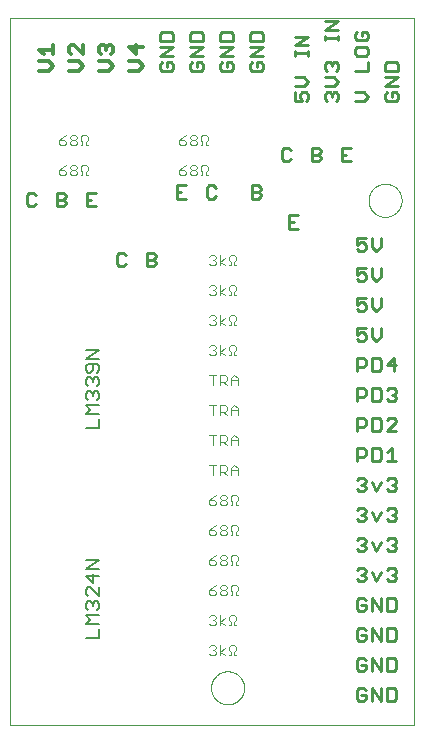
<source format=gto>
G75*
%MOIN*%
%OFA0B0*%
%FSLAX25Y25*%
%IPPOS*%
%LPD*%
%AMOC8*
5,1,8,0,0,1.08239X$1,22.5*
%
%ADD10C,0.00000*%
%ADD11C,0.01200*%
%ADD12C,0.01100*%
%ADD13C,0.00500*%
%ADD14C,0.00400*%
D10*
X0001000Y0001000D02*
X0001000Y0236900D01*
X0135700Y0236900D01*
X0135700Y0001000D01*
X0001000Y0001000D01*
X0067988Y0013500D02*
X0067990Y0013648D01*
X0067996Y0013796D01*
X0068006Y0013944D01*
X0068020Y0014091D01*
X0068038Y0014238D01*
X0068059Y0014384D01*
X0068085Y0014530D01*
X0068115Y0014675D01*
X0068148Y0014819D01*
X0068186Y0014962D01*
X0068227Y0015104D01*
X0068272Y0015245D01*
X0068320Y0015385D01*
X0068373Y0015524D01*
X0068429Y0015661D01*
X0068489Y0015796D01*
X0068552Y0015930D01*
X0068619Y0016062D01*
X0068690Y0016192D01*
X0068764Y0016320D01*
X0068841Y0016446D01*
X0068922Y0016570D01*
X0069006Y0016692D01*
X0069093Y0016811D01*
X0069184Y0016928D01*
X0069278Y0017043D01*
X0069374Y0017155D01*
X0069474Y0017265D01*
X0069576Y0017371D01*
X0069682Y0017475D01*
X0069790Y0017576D01*
X0069901Y0017674D01*
X0070014Y0017770D01*
X0070130Y0017862D01*
X0070248Y0017951D01*
X0070369Y0018036D01*
X0070492Y0018119D01*
X0070617Y0018198D01*
X0070744Y0018274D01*
X0070873Y0018346D01*
X0071004Y0018415D01*
X0071137Y0018480D01*
X0071272Y0018541D01*
X0071408Y0018599D01*
X0071545Y0018654D01*
X0071684Y0018704D01*
X0071825Y0018751D01*
X0071966Y0018794D01*
X0072109Y0018834D01*
X0072253Y0018869D01*
X0072397Y0018901D01*
X0072543Y0018928D01*
X0072689Y0018952D01*
X0072836Y0018972D01*
X0072983Y0018988D01*
X0073130Y0019000D01*
X0073278Y0019008D01*
X0073426Y0019012D01*
X0073574Y0019012D01*
X0073722Y0019008D01*
X0073870Y0019000D01*
X0074017Y0018988D01*
X0074164Y0018972D01*
X0074311Y0018952D01*
X0074457Y0018928D01*
X0074603Y0018901D01*
X0074747Y0018869D01*
X0074891Y0018834D01*
X0075034Y0018794D01*
X0075175Y0018751D01*
X0075316Y0018704D01*
X0075455Y0018654D01*
X0075592Y0018599D01*
X0075728Y0018541D01*
X0075863Y0018480D01*
X0075996Y0018415D01*
X0076127Y0018346D01*
X0076256Y0018274D01*
X0076383Y0018198D01*
X0076508Y0018119D01*
X0076631Y0018036D01*
X0076752Y0017951D01*
X0076870Y0017862D01*
X0076986Y0017770D01*
X0077099Y0017674D01*
X0077210Y0017576D01*
X0077318Y0017475D01*
X0077424Y0017371D01*
X0077526Y0017265D01*
X0077626Y0017155D01*
X0077722Y0017043D01*
X0077816Y0016928D01*
X0077907Y0016811D01*
X0077994Y0016692D01*
X0078078Y0016570D01*
X0078159Y0016446D01*
X0078236Y0016320D01*
X0078310Y0016192D01*
X0078381Y0016062D01*
X0078448Y0015930D01*
X0078511Y0015796D01*
X0078571Y0015661D01*
X0078627Y0015524D01*
X0078680Y0015385D01*
X0078728Y0015245D01*
X0078773Y0015104D01*
X0078814Y0014962D01*
X0078852Y0014819D01*
X0078885Y0014675D01*
X0078915Y0014530D01*
X0078941Y0014384D01*
X0078962Y0014238D01*
X0078980Y0014091D01*
X0078994Y0013944D01*
X0079004Y0013796D01*
X0079010Y0013648D01*
X0079012Y0013500D01*
X0079010Y0013352D01*
X0079004Y0013204D01*
X0078994Y0013056D01*
X0078980Y0012909D01*
X0078962Y0012762D01*
X0078941Y0012616D01*
X0078915Y0012470D01*
X0078885Y0012325D01*
X0078852Y0012181D01*
X0078814Y0012038D01*
X0078773Y0011896D01*
X0078728Y0011755D01*
X0078680Y0011615D01*
X0078627Y0011476D01*
X0078571Y0011339D01*
X0078511Y0011204D01*
X0078448Y0011070D01*
X0078381Y0010938D01*
X0078310Y0010808D01*
X0078236Y0010680D01*
X0078159Y0010554D01*
X0078078Y0010430D01*
X0077994Y0010308D01*
X0077907Y0010189D01*
X0077816Y0010072D01*
X0077722Y0009957D01*
X0077626Y0009845D01*
X0077526Y0009735D01*
X0077424Y0009629D01*
X0077318Y0009525D01*
X0077210Y0009424D01*
X0077099Y0009326D01*
X0076986Y0009230D01*
X0076870Y0009138D01*
X0076752Y0009049D01*
X0076631Y0008964D01*
X0076508Y0008881D01*
X0076383Y0008802D01*
X0076256Y0008726D01*
X0076127Y0008654D01*
X0075996Y0008585D01*
X0075863Y0008520D01*
X0075728Y0008459D01*
X0075592Y0008401D01*
X0075455Y0008346D01*
X0075316Y0008296D01*
X0075175Y0008249D01*
X0075034Y0008206D01*
X0074891Y0008166D01*
X0074747Y0008131D01*
X0074603Y0008099D01*
X0074457Y0008072D01*
X0074311Y0008048D01*
X0074164Y0008028D01*
X0074017Y0008012D01*
X0073870Y0008000D01*
X0073722Y0007992D01*
X0073574Y0007988D01*
X0073426Y0007988D01*
X0073278Y0007992D01*
X0073130Y0008000D01*
X0072983Y0008012D01*
X0072836Y0008028D01*
X0072689Y0008048D01*
X0072543Y0008072D01*
X0072397Y0008099D01*
X0072253Y0008131D01*
X0072109Y0008166D01*
X0071966Y0008206D01*
X0071825Y0008249D01*
X0071684Y0008296D01*
X0071545Y0008346D01*
X0071408Y0008401D01*
X0071272Y0008459D01*
X0071137Y0008520D01*
X0071004Y0008585D01*
X0070873Y0008654D01*
X0070744Y0008726D01*
X0070617Y0008802D01*
X0070492Y0008881D01*
X0070369Y0008964D01*
X0070248Y0009049D01*
X0070130Y0009138D01*
X0070014Y0009230D01*
X0069901Y0009326D01*
X0069790Y0009424D01*
X0069682Y0009525D01*
X0069576Y0009629D01*
X0069474Y0009735D01*
X0069374Y0009845D01*
X0069278Y0009957D01*
X0069184Y0010072D01*
X0069093Y0010189D01*
X0069006Y0010308D01*
X0068922Y0010430D01*
X0068841Y0010554D01*
X0068764Y0010680D01*
X0068690Y0010808D01*
X0068619Y0010938D01*
X0068552Y0011070D01*
X0068489Y0011204D01*
X0068429Y0011339D01*
X0068373Y0011476D01*
X0068320Y0011615D01*
X0068272Y0011755D01*
X0068227Y0011896D01*
X0068186Y0012038D01*
X0068148Y0012181D01*
X0068115Y0012325D01*
X0068085Y0012470D01*
X0068059Y0012616D01*
X0068038Y0012762D01*
X0068020Y0012909D01*
X0068006Y0013056D01*
X0067996Y0013204D01*
X0067990Y0013352D01*
X0067988Y0013500D01*
X0120488Y0176000D02*
X0120490Y0176148D01*
X0120496Y0176296D01*
X0120506Y0176444D01*
X0120520Y0176591D01*
X0120538Y0176738D01*
X0120559Y0176884D01*
X0120585Y0177030D01*
X0120615Y0177175D01*
X0120648Y0177319D01*
X0120686Y0177462D01*
X0120727Y0177604D01*
X0120772Y0177745D01*
X0120820Y0177885D01*
X0120873Y0178024D01*
X0120929Y0178161D01*
X0120989Y0178296D01*
X0121052Y0178430D01*
X0121119Y0178562D01*
X0121190Y0178692D01*
X0121264Y0178820D01*
X0121341Y0178946D01*
X0121422Y0179070D01*
X0121506Y0179192D01*
X0121593Y0179311D01*
X0121684Y0179428D01*
X0121778Y0179543D01*
X0121874Y0179655D01*
X0121974Y0179765D01*
X0122076Y0179871D01*
X0122182Y0179975D01*
X0122290Y0180076D01*
X0122401Y0180174D01*
X0122514Y0180270D01*
X0122630Y0180362D01*
X0122748Y0180451D01*
X0122869Y0180536D01*
X0122992Y0180619D01*
X0123117Y0180698D01*
X0123244Y0180774D01*
X0123373Y0180846D01*
X0123504Y0180915D01*
X0123637Y0180980D01*
X0123772Y0181041D01*
X0123908Y0181099D01*
X0124045Y0181154D01*
X0124184Y0181204D01*
X0124325Y0181251D01*
X0124466Y0181294D01*
X0124609Y0181334D01*
X0124753Y0181369D01*
X0124897Y0181401D01*
X0125043Y0181428D01*
X0125189Y0181452D01*
X0125336Y0181472D01*
X0125483Y0181488D01*
X0125630Y0181500D01*
X0125778Y0181508D01*
X0125926Y0181512D01*
X0126074Y0181512D01*
X0126222Y0181508D01*
X0126370Y0181500D01*
X0126517Y0181488D01*
X0126664Y0181472D01*
X0126811Y0181452D01*
X0126957Y0181428D01*
X0127103Y0181401D01*
X0127247Y0181369D01*
X0127391Y0181334D01*
X0127534Y0181294D01*
X0127675Y0181251D01*
X0127816Y0181204D01*
X0127955Y0181154D01*
X0128092Y0181099D01*
X0128228Y0181041D01*
X0128363Y0180980D01*
X0128496Y0180915D01*
X0128627Y0180846D01*
X0128756Y0180774D01*
X0128883Y0180698D01*
X0129008Y0180619D01*
X0129131Y0180536D01*
X0129252Y0180451D01*
X0129370Y0180362D01*
X0129486Y0180270D01*
X0129599Y0180174D01*
X0129710Y0180076D01*
X0129818Y0179975D01*
X0129924Y0179871D01*
X0130026Y0179765D01*
X0130126Y0179655D01*
X0130222Y0179543D01*
X0130316Y0179428D01*
X0130407Y0179311D01*
X0130494Y0179192D01*
X0130578Y0179070D01*
X0130659Y0178946D01*
X0130736Y0178820D01*
X0130810Y0178692D01*
X0130881Y0178562D01*
X0130948Y0178430D01*
X0131011Y0178296D01*
X0131071Y0178161D01*
X0131127Y0178024D01*
X0131180Y0177885D01*
X0131228Y0177745D01*
X0131273Y0177604D01*
X0131314Y0177462D01*
X0131352Y0177319D01*
X0131385Y0177175D01*
X0131415Y0177030D01*
X0131441Y0176884D01*
X0131462Y0176738D01*
X0131480Y0176591D01*
X0131494Y0176444D01*
X0131504Y0176296D01*
X0131510Y0176148D01*
X0131512Y0176000D01*
X0131510Y0175852D01*
X0131504Y0175704D01*
X0131494Y0175556D01*
X0131480Y0175409D01*
X0131462Y0175262D01*
X0131441Y0175116D01*
X0131415Y0174970D01*
X0131385Y0174825D01*
X0131352Y0174681D01*
X0131314Y0174538D01*
X0131273Y0174396D01*
X0131228Y0174255D01*
X0131180Y0174115D01*
X0131127Y0173976D01*
X0131071Y0173839D01*
X0131011Y0173704D01*
X0130948Y0173570D01*
X0130881Y0173438D01*
X0130810Y0173308D01*
X0130736Y0173180D01*
X0130659Y0173054D01*
X0130578Y0172930D01*
X0130494Y0172808D01*
X0130407Y0172689D01*
X0130316Y0172572D01*
X0130222Y0172457D01*
X0130126Y0172345D01*
X0130026Y0172235D01*
X0129924Y0172129D01*
X0129818Y0172025D01*
X0129710Y0171924D01*
X0129599Y0171826D01*
X0129486Y0171730D01*
X0129370Y0171638D01*
X0129252Y0171549D01*
X0129131Y0171464D01*
X0129008Y0171381D01*
X0128883Y0171302D01*
X0128756Y0171226D01*
X0128627Y0171154D01*
X0128496Y0171085D01*
X0128363Y0171020D01*
X0128228Y0170959D01*
X0128092Y0170901D01*
X0127955Y0170846D01*
X0127816Y0170796D01*
X0127675Y0170749D01*
X0127534Y0170706D01*
X0127391Y0170666D01*
X0127247Y0170631D01*
X0127103Y0170599D01*
X0126957Y0170572D01*
X0126811Y0170548D01*
X0126664Y0170528D01*
X0126517Y0170512D01*
X0126370Y0170500D01*
X0126222Y0170492D01*
X0126074Y0170488D01*
X0125926Y0170488D01*
X0125778Y0170492D01*
X0125630Y0170500D01*
X0125483Y0170512D01*
X0125336Y0170528D01*
X0125189Y0170548D01*
X0125043Y0170572D01*
X0124897Y0170599D01*
X0124753Y0170631D01*
X0124609Y0170666D01*
X0124466Y0170706D01*
X0124325Y0170749D01*
X0124184Y0170796D01*
X0124045Y0170846D01*
X0123908Y0170901D01*
X0123772Y0170959D01*
X0123637Y0171020D01*
X0123504Y0171085D01*
X0123373Y0171154D01*
X0123244Y0171226D01*
X0123117Y0171302D01*
X0122992Y0171381D01*
X0122869Y0171464D01*
X0122748Y0171549D01*
X0122630Y0171638D01*
X0122514Y0171730D01*
X0122401Y0171826D01*
X0122290Y0171924D01*
X0122182Y0172025D01*
X0122076Y0172129D01*
X0121974Y0172235D01*
X0121874Y0172345D01*
X0121778Y0172457D01*
X0121684Y0172572D01*
X0121593Y0172689D01*
X0121506Y0172808D01*
X0121422Y0172930D01*
X0121341Y0173054D01*
X0121264Y0173180D01*
X0121190Y0173308D01*
X0121119Y0173438D01*
X0121052Y0173570D01*
X0120989Y0173704D01*
X0120929Y0173839D01*
X0120873Y0173976D01*
X0120820Y0174115D01*
X0120772Y0174255D01*
X0120727Y0174396D01*
X0120686Y0174538D01*
X0120648Y0174681D01*
X0120615Y0174825D01*
X0120585Y0174970D01*
X0120559Y0175116D01*
X0120538Y0175262D01*
X0120520Y0175409D01*
X0120506Y0175556D01*
X0120496Y0175704D01*
X0120490Y0175852D01*
X0120488Y0176000D01*
D11*
X0045400Y0220701D02*
X0043799Y0222303D01*
X0040596Y0222303D01*
X0040596Y0219100D02*
X0043799Y0219100D01*
X0045400Y0220701D01*
X0042998Y0224625D02*
X0042998Y0227827D01*
X0040596Y0227027D02*
X0042998Y0224625D01*
X0045400Y0227027D02*
X0040596Y0227027D01*
X0035400Y0227027D02*
X0035400Y0225425D01*
X0034599Y0224625D01*
X0032998Y0226226D02*
X0032998Y0227027D01*
X0033799Y0227827D01*
X0034599Y0227827D01*
X0035400Y0227027D01*
X0032998Y0227027D02*
X0032197Y0227827D01*
X0031397Y0227827D01*
X0030596Y0227027D01*
X0030596Y0225425D01*
X0031397Y0224625D01*
X0030596Y0222303D02*
X0033799Y0222303D01*
X0035400Y0220701D01*
X0033799Y0219100D01*
X0030596Y0219100D01*
X0025400Y0220701D02*
X0023799Y0222303D01*
X0020596Y0222303D01*
X0021397Y0224625D02*
X0020596Y0225425D01*
X0020596Y0227027D01*
X0021397Y0227827D01*
X0022197Y0227827D01*
X0025400Y0224625D01*
X0025400Y0227827D01*
X0025400Y0220701D02*
X0023799Y0219100D01*
X0020596Y0219100D01*
X0015400Y0220701D02*
X0013799Y0222303D01*
X0010596Y0222303D01*
X0012197Y0224625D02*
X0010596Y0226226D01*
X0015400Y0226226D01*
X0015400Y0224625D02*
X0015400Y0227827D01*
X0015400Y0220701D02*
X0013799Y0219100D01*
X0010596Y0219100D01*
D12*
X0008752Y0178454D02*
X0007284Y0178454D01*
X0006550Y0177720D01*
X0006550Y0174784D01*
X0007284Y0174050D01*
X0008752Y0174050D01*
X0009486Y0174784D01*
X0009486Y0177720D02*
X0008752Y0178454D01*
X0016550Y0178454D02*
X0016550Y0174050D01*
X0018752Y0174050D01*
X0019486Y0174784D01*
X0019486Y0175518D01*
X0018752Y0176252D01*
X0016550Y0176252D01*
X0016550Y0178454D02*
X0018752Y0178454D01*
X0019486Y0177720D01*
X0019486Y0176986D01*
X0018752Y0176252D01*
X0026550Y0176252D02*
X0028018Y0176252D01*
X0029486Y0178454D02*
X0026550Y0178454D01*
X0026550Y0174050D01*
X0029486Y0174050D01*
X0037284Y0158454D02*
X0036550Y0157720D01*
X0036550Y0154784D01*
X0037284Y0154050D01*
X0038752Y0154050D01*
X0039486Y0154784D01*
X0039486Y0157720D02*
X0038752Y0158454D01*
X0037284Y0158454D01*
X0046550Y0158454D02*
X0046550Y0154050D01*
X0048752Y0154050D01*
X0049486Y0154784D01*
X0049486Y0155518D01*
X0048752Y0156252D01*
X0046550Y0156252D01*
X0046550Y0158454D02*
X0048752Y0158454D01*
X0049486Y0157720D01*
X0049486Y0156986D01*
X0048752Y0156252D01*
X0056550Y0176550D02*
X0059486Y0176550D01*
X0058018Y0178752D02*
X0056550Y0178752D01*
X0056550Y0180954D02*
X0056550Y0176550D01*
X0056550Y0180954D02*
X0059486Y0180954D01*
X0066550Y0180220D02*
X0066550Y0177284D01*
X0067284Y0176550D01*
X0068752Y0176550D01*
X0069486Y0177284D01*
X0069486Y0180220D02*
X0068752Y0180954D01*
X0067284Y0180954D01*
X0066550Y0180220D01*
X0081550Y0180954D02*
X0081550Y0176550D01*
X0083752Y0176550D01*
X0084486Y0177284D01*
X0084486Y0178018D01*
X0083752Y0178752D01*
X0081550Y0178752D01*
X0081550Y0180954D02*
X0083752Y0180954D01*
X0084486Y0180220D01*
X0084486Y0179486D01*
X0083752Y0178752D01*
X0092284Y0189050D02*
X0091550Y0189784D01*
X0091550Y0192720D01*
X0092284Y0193454D01*
X0093752Y0193454D01*
X0094486Y0192720D01*
X0094486Y0189784D02*
X0093752Y0189050D01*
X0092284Y0189050D01*
X0101550Y0189050D02*
X0103752Y0189050D01*
X0104486Y0189784D01*
X0104486Y0190518D01*
X0103752Y0191252D01*
X0101550Y0191252D01*
X0101550Y0189050D02*
X0101550Y0193454D01*
X0103752Y0193454D01*
X0104486Y0192720D01*
X0104486Y0191986D01*
X0103752Y0191252D01*
X0111550Y0191252D02*
X0113018Y0191252D01*
X0114486Y0193454D02*
X0111550Y0193454D01*
X0111550Y0189050D01*
X0114486Y0189050D01*
X0116046Y0209050D02*
X0118982Y0209050D01*
X0120450Y0210518D01*
X0118982Y0211986D01*
X0116046Y0211986D01*
X0116046Y0219179D02*
X0120450Y0219179D01*
X0120450Y0222114D01*
X0119716Y0224243D02*
X0120450Y0224977D01*
X0120450Y0226445D01*
X0119716Y0227179D01*
X0116780Y0227179D01*
X0116046Y0226445D01*
X0116046Y0224977D01*
X0116780Y0224243D01*
X0119716Y0224243D01*
X0119716Y0229307D02*
X0116780Y0229307D01*
X0116046Y0230041D01*
X0116046Y0231509D01*
X0116780Y0232243D01*
X0118248Y0232243D02*
X0118248Y0230775D01*
X0118248Y0232243D02*
X0119716Y0232243D01*
X0120450Y0231509D01*
X0120450Y0230041D01*
X0119716Y0229307D01*
X0126780Y0222114D02*
X0126046Y0221381D01*
X0126046Y0219179D01*
X0130450Y0219179D01*
X0130450Y0221381D01*
X0129716Y0222114D01*
X0126780Y0222114D01*
X0126046Y0217050D02*
X0130450Y0217050D01*
X0126046Y0214114D01*
X0130450Y0214114D01*
X0129716Y0211986D02*
X0128248Y0211986D01*
X0128248Y0210518D01*
X0126780Y0211986D02*
X0126046Y0211252D01*
X0126046Y0209784D01*
X0126780Y0209050D01*
X0129716Y0209050D01*
X0130450Y0209784D01*
X0130450Y0211252D01*
X0129716Y0211986D01*
X0110450Y0211252D02*
X0110450Y0209784D01*
X0109716Y0209050D01*
X0108248Y0210518D02*
X0108248Y0211252D01*
X0108982Y0211986D01*
X0109716Y0211986D01*
X0110450Y0211252D01*
X0108982Y0214114D02*
X0110450Y0215582D01*
X0108982Y0217050D01*
X0106046Y0217050D01*
X0106780Y0219179D02*
X0106046Y0219913D01*
X0106046Y0221381D01*
X0106780Y0222114D01*
X0107514Y0222114D01*
X0108248Y0221381D01*
X0108982Y0222114D01*
X0109716Y0222114D01*
X0110450Y0221381D01*
X0110450Y0219913D01*
X0109716Y0219179D01*
X0108248Y0220647D02*
X0108248Y0221381D01*
X0108982Y0214114D02*
X0106046Y0214114D01*
X0106780Y0211986D02*
X0107514Y0211986D01*
X0108248Y0211252D01*
X0106780Y0211986D02*
X0106046Y0211252D01*
X0106046Y0209784D01*
X0106780Y0209050D01*
X0100450Y0209784D02*
X0099716Y0209050D01*
X0100450Y0209784D02*
X0100450Y0211252D01*
X0099716Y0211986D01*
X0098248Y0211986D01*
X0097514Y0211252D01*
X0097514Y0210518D01*
X0098248Y0209050D01*
X0096046Y0209050D01*
X0096046Y0211986D01*
X0096046Y0214114D02*
X0098982Y0214114D01*
X0100450Y0215582D01*
X0098982Y0217050D01*
X0096046Y0217050D01*
X0096046Y0224243D02*
X0096046Y0225711D01*
X0096046Y0224977D02*
X0100450Y0224977D01*
X0100450Y0224243D02*
X0100450Y0225711D01*
X0100450Y0227619D02*
X0096046Y0227619D01*
X0100450Y0230555D01*
X0096046Y0230555D01*
X0106046Y0230775D02*
X0106046Y0229307D01*
X0106046Y0230041D02*
X0110450Y0230041D01*
X0110450Y0229307D02*
X0110450Y0230775D01*
X0110450Y0232684D02*
X0106046Y0232684D01*
X0110450Y0235619D01*
X0106046Y0235619D01*
X0085450Y0231381D02*
X0085450Y0229179D01*
X0081046Y0229179D01*
X0081046Y0231381D01*
X0081780Y0232114D01*
X0084716Y0232114D01*
X0085450Y0231381D01*
X0085450Y0227050D02*
X0081046Y0227050D01*
X0081046Y0224114D02*
X0085450Y0227050D01*
X0085450Y0224114D02*
X0081046Y0224114D01*
X0081780Y0221986D02*
X0081046Y0221252D01*
X0081046Y0219784D01*
X0081780Y0219050D01*
X0084716Y0219050D01*
X0085450Y0219784D01*
X0085450Y0221252D01*
X0084716Y0221986D01*
X0083248Y0221986D01*
X0083248Y0220518D01*
X0075450Y0219784D02*
X0075450Y0221252D01*
X0074716Y0221986D01*
X0073248Y0221986D01*
X0073248Y0220518D01*
X0071780Y0221986D02*
X0071046Y0221252D01*
X0071046Y0219784D01*
X0071780Y0219050D01*
X0074716Y0219050D01*
X0075450Y0219784D01*
X0075450Y0224114D02*
X0071046Y0224114D01*
X0075450Y0227050D01*
X0071046Y0227050D01*
X0071046Y0229179D02*
X0071046Y0231381D01*
X0071780Y0232114D01*
X0074716Y0232114D01*
X0075450Y0231381D01*
X0075450Y0229179D01*
X0071046Y0229179D01*
X0065450Y0229179D02*
X0065450Y0231381D01*
X0064716Y0232114D01*
X0061780Y0232114D01*
X0061046Y0231381D01*
X0061046Y0229179D01*
X0065450Y0229179D01*
X0065450Y0227050D02*
X0061046Y0227050D01*
X0061046Y0224114D02*
X0065450Y0227050D01*
X0065450Y0224114D02*
X0061046Y0224114D01*
X0061780Y0221986D02*
X0061046Y0221252D01*
X0061046Y0219784D01*
X0061780Y0219050D01*
X0064716Y0219050D01*
X0065450Y0219784D01*
X0065450Y0221252D01*
X0064716Y0221986D01*
X0063248Y0221986D01*
X0063248Y0220518D01*
X0055450Y0219784D02*
X0055450Y0221252D01*
X0054716Y0221986D01*
X0053248Y0221986D01*
X0053248Y0220518D01*
X0051780Y0221986D02*
X0051046Y0221252D01*
X0051046Y0219784D01*
X0051780Y0219050D01*
X0054716Y0219050D01*
X0055450Y0219784D01*
X0055450Y0224114D02*
X0051046Y0224114D01*
X0055450Y0227050D01*
X0051046Y0227050D01*
X0051046Y0229179D02*
X0051046Y0231381D01*
X0051780Y0232114D01*
X0054716Y0232114D01*
X0055450Y0231381D01*
X0055450Y0229179D01*
X0051046Y0229179D01*
X0094050Y0170954D02*
X0094050Y0166550D01*
X0096986Y0166550D01*
X0095518Y0168752D02*
X0094050Y0168752D01*
X0094050Y0170954D02*
X0096986Y0170954D01*
X0116550Y0163454D02*
X0116550Y0161252D01*
X0118018Y0161986D01*
X0118752Y0161986D01*
X0119486Y0161252D01*
X0119486Y0159784D01*
X0118752Y0159050D01*
X0117284Y0159050D01*
X0116550Y0159784D01*
X0116550Y0163454D02*
X0119486Y0163454D01*
X0121614Y0163454D02*
X0121614Y0160518D01*
X0123082Y0159050D01*
X0124550Y0160518D01*
X0124550Y0163454D01*
X0124550Y0153454D02*
X0124550Y0150518D01*
X0123082Y0149050D01*
X0121614Y0150518D01*
X0121614Y0153454D01*
X0119486Y0153454D02*
X0116550Y0153454D01*
X0116550Y0151252D01*
X0118018Y0151986D01*
X0118752Y0151986D01*
X0119486Y0151252D01*
X0119486Y0149784D01*
X0118752Y0149050D01*
X0117284Y0149050D01*
X0116550Y0149784D01*
X0116550Y0143454D02*
X0116550Y0141252D01*
X0118018Y0141986D01*
X0118752Y0141986D01*
X0119486Y0141252D01*
X0119486Y0139784D01*
X0118752Y0139050D01*
X0117284Y0139050D01*
X0116550Y0139784D01*
X0116550Y0143454D02*
X0119486Y0143454D01*
X0121614Y0143454D02*
X0121614Y0140518D01*
X0123082Y0139050D01*
X0124550Y0140518D01*
X0124550Y0143454D01*
X0124550Y0133454D02*
X0124550Y0130518D01*
X0123082Y0129050D01*
X0121614Y0130518D01*
X0121614Y0133454D01*
X0119486Y0133454D02*
X0116550Y0133454D01*
X0116550Y0131252D01*
X0118018Y0131986D01*
X0118752Y0131986D01*
X0119486Y0131252D01*
X0119486Y0129784D01*
X0118752Y0129050D01*
X0117284Y0129050D01*
X0116550Y0129784D01*
X0116550Y0123454D02*
X0118752Y0123454D01*
X0119486Y0122720D01*
X0119486Y0121252D01*
X0118752Y0120518D01*
X0116550Y0120518D01*
X0116550Y0119050D02*
X0116550Y0123454D01*
X0121614Y0123454D02*
X0121614Y0119050D01*
X0123816Y0119050D01*
X0124550Y0119784D01*
X0124550Y0122720D01*
X0123816Y0123454D01*
X0121614Y0123454D01*
X0126679Y0121252D02*
X0129614Y0121252D01*
X0128881Y0119050D02*
X0128881Y0123454D01*
X0126679Y0121252D01*
X0127413Y0113454D02*
X0128881Y0113454D01*
X0129614Y0112720D01*
X0129614Y0111986D01*
X0128881Y0111252D01*
X0129614Y0110518D01*
X0129614Y0109784D01*
X0128881Y0109050D01*
X0127413Y0109050D01*
X0126679Y0109784D01*
X0128147Y0111252D02*
X0128881Y0111252D01*
X0126679Y0112720D02*
X0127413Y0113454D01*
X0124550Y0112720D02*
X0124550Y0109784D01*
X0123816Y0109050D01*
X0121614Y0109050D01*
X0121614Y0113454D01*
X0123816Y0113454D01*
X0124550Y0112720D01*
X0123816Y0103454D02*
X0121614Y0103454D01*
X0121614Y0099050D01*
X0123816Y0099050D01*
X0124550Y0099784D01*
X0124550Y0102720D01*
X0123816Y0103454D01*
X0126679Y0102720D02*
X0127413Y0103454D01*
X0128881Y0103454D01*
X0129614Y0102720D01*
X0129614Y0101986D01*
X0126679Y0099050D01*
X0129614Y0099050D01*
X0128147Y0093454D02*
X0126679Y0091986D01*
X0128147Y0093454D02*
X0128147Y0089050D01*
X0129614Y0089050D02*
X0126679Y0089050D01*
X0124550Y0089784D02*
X0124550Y0092720D01*
X0123816Y0093454D01*
X0121614Y0093454D01*
X0121614Y0089050D01*
X0123816Y0089050D01*
X0124550Y0089784D01*
X0127413Y0083454D02*
X0126679Y0082720D01*
X0127413Y0083454D02*
X0128881Y0083454D01*
X0129614Y0082720D01*
X0129614Y0081986D01*
X0128881Y0081252D01*
X0129614Y0080518D01*
X0129614Y0079784D01*
X0128881Y0079050D01*
X0127413Y0079050D01*
X0126679Y0079784D01*
X0128147Y0081252D02*
X0128881Y0081252D01*
X0124550Y0081986D02*
X0123082Y0079050D01*
X0121614Y0081986D01*
X0119486Y0081986D02*
X0118752Y0081252D01*
X0119486Y0080518D01*
X0119486Y0079784D01*
X0118752Y0079050D01*
X0117284Y0079050D01*
X0116550Y0079784D01*
X0118018Y0081252D02*
X0118752Y0081252D01*
X0119486Y0081986D02*
X0119486Y0082720D01*
X0118752Y0083454D01*
X0117284Y0083454D01*
X0116550Y0082720D01*
X0116550Y0089050D02*
X0116550Y0093454D01*
X0118752Y0093454D01*
X0119486Y0092720D01*
X0119486Y0091252D01*
X0118752Y0090518D01*
X0116550Y0090518D01*
X0116550Y0099050D02*
X0116550Y0103454D01*
X0118752Y0103454D01*
X0119486Y0102720D01*
X0119486Y0101252D01*
X0118752Y0100518D01*
X0116550Y0100518D01*
X0116550Y0109050D02*
X0116550Y0113454D01*
X0118752Y0113454D01*
X0119486Y0112720D01*
X0119486Y0111252D01*
X0118752Y0110518D01*
X0116550Y0110518D01*
X0117284Y0073454D02*
X0116550Y0072720D01*
X0117284Y0073454D02*
X0118752Y0073454D01*
X0119486Y0072720D01*
X0119486Y0071986D01*
X0118752Y0071252D01*
X0119486Y0070518D01*
X0119486Y0069784D01*
X0118752Y0069050D01*
X0117284Y0069050D01*
X0116550Y0069784D01*
X0118018Y0071252D02*
X0118752Y0071252D01*
X0121614Y0071986D02*
X0123082Y0069050D01*
X0124550Y0071986D01*
X0126679Y0072720D02*
X0127413Y0073454D01*
X0128881Y0073454D01*
X0129614Y0072720D01*
X0129614Y0071986D01*
X0128881Y0071252D01*
X0129614Y0070518D01*
X0129614Y0069784D01*
X0128881Y0069050D01*
X0127413Y0069050D01*
X0126679Y0069784D01*
X0128147Y0071252D02*
X0128881Y0071252D01*
X0128881Y0063454D02*
X0127413Y0063454D01*
X0126679Y0062720D01*
X0128147Y0061252D02*
X0128881Y0061252D01*
X0129614Y0060518D01*
X0129614Y0059784D01*
X0128881Y0059050D01*
X0127413Y0059050D01*
X0126679Y0059784D01*
X0124550Y0061986D02*
X0123082Y0059050D01*
X0121614Y0061986D01*
X0119486Y0061986D02*
X0118752Y0061252D01*
X0119486Y0060518D01*
X0119486Y0059784D01*
X0118752Y0059050D01*
X0117284Y0059050D01*
X0116550Y0059784D01*
X0118018Y0061252D02*
X0118752Y0061252D01*
X0119486Y0061986D02*
X0119486Y0062720D01*
X0118752Y0063454D01*
X0117284Y0063454D01*
X0116550Y0062720D01*
X0117284Y0053454D02*
X0118752Y0053454D01*
X0119486Y0052720D01*
X0119486Y0051986D01*
X0118752Y0051252D01*
X0119486Y0050518D01*
X0119486Y0049784D01*
X0118752Y0049050D01*
X0117284Y0049050D01*
X0116550Y0049784D01*
X0118018Y0051252D02*
X0118752Y0051252D01*
X0116550Y0052720D02*
X0117284Y0053454D01*
X0121614Y0051986D02*
X0123082Y0049050D01*
X0124550Y0051986D01*
X0126679Y0052720D02*
X0127413Y0053454D01*
X0128881Y0053454D01*
X0129614Y0052720D01*
X0129614Y0051986D01*
X0128881Y0051252D01*
X0129614Y0050518D01*
X0129614Y0049784D01*
X0128881Y0049050D01*
X0127413Y0049050D01*
X0126679Y0049784D01*
X0128147Y0051252D02*
X0128881Y0051252D01*
X0128881Y0043454D02*
X0126679Y0043454D01*
X0126679Y0039050D01*
X0128881Y0039050D01*
X0129614Y0039784D01*
X0129614Y0042720D01*
X0128881Y0043454D01*
X0124550Y0043454D02*
X0124550Y0039050D01*
X0121614Y0043454D01*
X0121614Y0039050D01*
X0119486Y0039784D02*
X0119486Y0041252D01*
X0118018Y0041252D01*
X0119486Y0042720D02*
X0118752Y0043454D01*
X0117284Y0043454D01*
X0116550Y0042720D01*
X0116550Y0039784D01*
X0117284Y0039050D01*
X0118752Y0039050D01*
X0119486Y0039784D01*
X0118752Y0033454D02*
X0117284Y0033454D01*
X0116550Y0032720D01*
X0116550Y0029784D01*
X0117284Y0029050D01*
X0118752Y0029050D01*
X0119486Y0029784D01*
X0119486Y0031252D01*
X0118018Y0031252D01*
X0119486Y0032720D02*
X0118752Y0033454D01*
X0121614Y0033454D02*
X0121614Y0029050D01*
X0124550Y0029050D02*
X0121614Y0033454D01*
X0124550Y0033454D02*
X0124550Y0029050D01*
X0126679Y0029050D02*
X0126679Y0033454D01*
X0128881Y0033454D01*
X0129614Y0032720D01*
X0129614Y0029784D01*
X0128881Y0029050D01*
X0126679Y0029050D01*
X0126679Y0023454D02*
X0128881Y0023454D01*
X0129614Y0022720D01*
X0129614Y0019784D01*
X0128881Y0019050D01*
X0126679Y0019050D01*
X0126679Y0023454D01*
X0124550Y0023454D02*
X0124550Y0019050D01*
X0121614Y0023454D01*
X0121614Y0019050D01*
X0119486Y0019784D02*
X0118752Y0019050D01*
X0117284Y0019050D01*
X0116550Y0019784D01*
X0116550Y0022720D01*
X0117284Y0023454D01*
X0118752Y0023454D01*
X0119486Y0022720D01*
X0119486Y0021252D02*
X0118018Y0021252D01*
X0119486Y0021252D02*
X0119486Y0019784D01*
X0118752Y0013454D02*
X0117284Y0013454D01*
X0116550Y0012720D01*
X0116550Y0009784D01*
X0117284Y0009050D01*
X0118752Y0009050D01*
X0119486Y0009784D01*
X0119486Y0011252D01*
X0118018Y0011252D01*
X0119486Y0012720D02*
X0118752Y0013454D01*
X0121614Y0013454D02*
X0121614Y0009050D01*
X0124550Y0009050D02*
X0121614Y0013454D01*
X0124550Y0013454D02*
X0124550Y0009050D01*
X0126679Y0009050D02*
X0128881Y0009050D01*
X0129614Y0009784D01*
X0129614Y0012720D01*
X0128881Y0013454D01*
X0126679Y0013454D01*
X0126679Y0009050D01*
X0128881Y0061252D02*
X0129614Y0061986D01*
X0129614Y0062720D01*
X0128881Y0063454D01*
D13*
X0030750Y0056149D02*
X0026246Y0056149D01*
X0026246Y0053146D02*
X0030750Y0056149D01*
X0030750Y0053146D02*
X0026246Y0053146D01*
X0026246Y0050794D02*
X0028498Y0048542D01*
X0028498Y0051545D01*
X0030750Y0050794D02*
X0026246Y0050794D01*
X0026997Y0046941D02*
X0026246Y0046190D01*
X0026246Y0044689D01*
X0026997Y0043938D01*
X0026997Y0042337D02*
X0026246Y0041586D01*
X0026246Y0040085D01*
X0026997Y0039334D01*
X0026246Y0037733D02*
X0030750Y0037733D01*
X0029999Y0039334D02*
X0030750Y0040085D01*
X0030750Y0041586D01*
X0029999Y0042337D01*
X0029249Y0042337D01*
X0028498Y0041586D01*
X0028498Y0040836D01*
X0028498Y0041586D02*
X0027747Y0042337D01*
X0026997Y0042337D01*
X0030750Y0043938D02*
X0027747Y0046941D01*
X0026997Y0046941D01*
X0030750Y0046941D02*
X0030750Y0043938D01*
X0026246Y0037733D02*
X0027747Y0036232D01*
X0026246Y0034730D01*
X0030750Y0034730D01*
X0030750Y0033129D02*
X0030750Y0030126D01*
X0026246Y0030126D01*
X0026246Y0100126D02*
X0030750Y0100126D01*
X0030750Y0103129D01*
X0030750Y0104730D02*
X0026246Y0104730D01*
X0027747Y0106232D01*
X0026246Y0107733D01*
X0030750Y0107733D01*
X0029999Y0109334D02*
X0030750Y0110085D01*
X0030750Y0111586D01*
X0029999Y0112337D01*
X0029249Y0112337D01*
X0028498Y0111586D01*
X0028498Y0110836D01*
X0028498Y0111586D02*
X0027747Y0112337D01*
X0026997Y0112337D01*
X0026246Y0111586D01*
X0026246Y0110085D01*
X0026997Y0109334D01*
X0026997Y0113938D02*
X0026246Y0114689D01*
X0026246Y0116190D01*
X0026997Y0116941D01*
X0027747Y0116941D01*
X0028498Y0116190D01*
X0029249Y0116941D01*
X0029999Y0116941D01*
X0030750Y0116190D01*
X0030750Y0114689D01*
X0029999Y0113938D01*
X0028498Y0115439D02*
X0028498Y0116190D01*
X0027747Y0118542D02*
X0028498Y0119293D01*
X0028498Y0121545D01*
X0026997Y0121545D02*
X0026246Y0120794D01*
X0026246Y0119293D01*
X0026997Y0118542D01*
X0027747Y0118542D01*
X0026997Y0121545D02*
X0029999Y0121545D01*
X0030750Y0120794D01*
X0030750Y0119293D01*
X0029999Y0118542D01*
X0030750Y0123146D02*
X0026246Y0123146D01*
X0030750Y0126149D01*
X0026246Y0126149D01*
D14*
X0026234Y0184300D02*
X0026817Y0184300D01*
X0026234Y0184300D02*
X0026234Y0185468D01*
X0026817Y0186051D01*
X0026817Y0187219D01*
X0026234Y0187803D01*
X0025066Y0187803D01*
X0024482Y0187219D01*
X0024482Y0186051D01*
X0025066Y0185468D01*
X0025066Y0184300D01*
X0024482Y0184300D01*
X0023226Y0184884D02*
X0022643Y0184300D01*
X0021475Y0184300D01*
X0020891Y0184884D01*
X0020891Y0185468D01*
X0021475Y0186051D01*
X0022643Y0186051D01*
X0023226Y0185468D01*
X0023226Y0184884D01*
X0022643Y0186051D02*
X0023226Y0186635D01*
X0023226Y0187219D01*
X0022643Y0187803D01*
X0021475Y0187803D01*
X0020891Y0187219D01*
X0020891Y0186635D01*
X0021475Y0186051D01*
X0019635Y0185468D02*
X0019051Y0186051D01*
X0017300Y0186051D01*
X0017300Y0184884D01*
X0017884Y0184300D01*
X0019051Y0184300D01*
X0019635Y0184884D01*
X0019635Y0185468D01*
X0018468Y0187219D02*
X0017300Y0186051D01*
X0018468Y0187219D02*
X0019635Y0187803D01*
X0019051Y0194300D02*
X0017884Y0194300D01*
X0017300Y0194884D01*
X0017300Y0196051D01*
X0019051Y0196051D01*
X0019635Y0195468D01*
X0019635Y0194884D01*
X0019051Y0194300D01*
X0020891Y0194884D02*
X0020891Y0195468D01*
X0021475Y0196051D01*
X0022643Y0196051D01*
X0023226Y0195468D01*
X0023226Y0194884D01*
X0022643Y0194300D01*
X0021475Y0194300D01*
X0020891Y0194884D01*
X0021475Y0196051D02*
X0020891Y0196635D01*
X0020891Y0197219D01*
X0021475Y0197803D01*
X0022643Y0197803D01*
X0023226Y0197219D01*
X0023226Y0196635D01*
X0022643Y0196051D01*
X0024482Y0196051D02*
X0024482Y0197219D01*
X0025066Y0197803D01*
X0026234Y0197803D01*
X0026817Y0197219D01*
X0026817Y0196051D01*
X0026234Y0195468D01*
X0026234Y0194300D01*
X0026817Y0194300D01*
X0025066Y0194300D02*
X0025066Y0195468D01*
X0024482Y0196051D01*
X0024482Y0194300D02*
X0025066Y0194300D01*
X0019635Y0197803D02*
X0018468Y0197219D01*
X0017300Y0196051D01*
X0057300Y0196051D02*
X0059051Y0196051D01*
X0059635Y0195468D01*
X0059635Y0194884D01*
X0059051Y0194300D01*
X0057884Y0194300D01*
X0057300Y0194884D01*
X0057300Y0196051D01*
X0058468Y0197219D01*
X0059635Y0197803D01*
X0060891Y0197219D02*
X0060891Y0196635D01*
X0061475Y0196051D01*
X0062643Y0196051D01*
X0063226Y0195468D01*
X0063226Y0194884D01*
X0062643Y0194300D01*
X0061475Y0194300D01*
X0060891Y0194884D01*
X0060891Y0195468D01*
X0061475Y0196051D01*
X0062643Y0196051D02*
X0063226Y0196635D01*
X0063226Y0197219D01*
X0062643Y0197803D01*
X0061475Y0197803D01*
X0060891Y0197219D01*
X0064482Y0197219D02*
X0064482Y0196051D01*
X0065066Y0195468D01*
X0065066Y0194300D01*
X0064482Y0194300D01*
X0066234Y0194300D02*
X0066234Y0195468D01*
X0066817Y0196051D01*
X0066817Y0197219D01*
X0066234Y0197803D01*
X0065066Y0197803D01*
X0064482Y0197219D01*
X0066234Y0194300D02*
X0066817Y0194300D01*
X0066234Y0187803D02*
X0066817Y0187219D01*
X0066817Y0186051D01*
X0066234Y0185468D01*
X0066234Y0184300D01*
X0066817Y0184300D01*
X0065066Y0184300D02*
X0065066Y0185468D01*
X0064482Y0186051D01*
X0064482Y0187219D01*
X0065066Y0187803D01*
X0066234Y0187803D01*
X0063226Y0187219D02*
X0063226Y0186635D01*
X0062643Y0186051D01*
X0061475Y0186051D01*
X0060891Y0186635D01*
X0060891Y0187219D01*
X0061475Y0187803D01*
X0062643Y0187803D01*
X0063226Y0187219D01*
X0062643Y0186051D02*
X0063226Y0185468D01*
X0063226Y0184884D01*
X0062643Y0184300D01*
X0061475Y0184300D01*
X0060891Y0184884D01*
X0060891Y0185468D01*
X0061475Y0186051D01*
X0059635Y0185468D02*
X0059051Y0186051D01*
X0057300Y0186051D01*
X0057300Y0184884D01*
X0057884Y0184300D01*
X0059051Y0184300D01*
X0059635Y0184884D01*
X0059635Y0185468D01*
X0058468Y0187219D02*
X0059635Y0187803D01*
X0058468Y0187219D02*
X0057300Y0186051D01*
X0064482Y0184300D02*
X0065066Y0184300D01*
X0067884Y0157803D02*
X0067300Y0157219D01*
X0067884Y0157803D02*
X0069051Y0157803D01*
X0069635Y0157219D01*
X0069635Y0156635D01*
X0069051Y0156051D01*
X0069635Y0155468D01*
X0069635Y0154884D01*
X0069051Y0154300D01*
X0067884Y0154300D01*
X0067300Y0154884D01*
X0068468Y0156051D02*
X0069051Y0156051D01*
X0070891Y0155468D02*
X0072643Y0156635D01*
X0073884Y0156051D02*
X0074467Y0155468D01*
X0074467Y0154300D01*
X0073884Y0154300D01*
X0072643Y0154300D02*
X0070891Y0155468D01*
X0070891Y0154300D02*
X0070891Y0157803D01*
X0073884Y0157219D02*
X0074467Y0157803D01*
X0075635Y0157803D01*
X0076219Y0157219D01*
X0076219Y0156051D01*
X0075635Y0155468D01*
X0075635Y0154300D01*
X0076219Y0154300D01*
X0073884Y0156051D02*
X0073884Y0157219D01*
X0074467Y0147803D02*
X0075635Y0147803D01*
X0076219Y0147219D01*
X0076219Y0146051D01*
X0075635Y0145468D01*
X0075635Y0144300D01*
X0076219Y0144300D01*
X0074467Y0144300D02*
X0074467Y0145468D01*
X0073884Y0146051D01*
X0073884Y0147219D01*
X0074467Y0147803D01*
X0072643Y0146635D02*
X0070891Y0145468D01*
X0072643Y0144300D01*
X0073884Y0144300D02*
X0074467Y0144300D01*
X0070891Y0144300D02*
X0070891Y0147803D01*
X0069635Y0147219D02*
X0069635Y0146635D01*
X0069051Y0146051D01*
X0069635Y0145468D01*
X0069635Y0144884D01*
X0069051Y0144300D01*
X0067884Y0144300D01*
X0067300Y0144884D01*
X0068468Y0146051D02*
X0069051Y0146051D01*
X0069635Y0147219D02*
X0069051Y0147803D01*
X0067884Y0147803D01*
X0067300Y0147219D01*
X0067884Y0137803D02*
X0067300Y0137219D01*
X0067884Y0137803D02*
X0069051Y0137803D01*
X0069635Y0137219D01*
X0069635Y0136635D01*
X0069051Y0136051D01*
X0069635Y0135468D01*
X0069635Y0134884D01*
X0069051Y0134300D01*
X0067884Y0134300D01*
X0067300Y0134884D01*
X0068468Y0136051D02*
X0069051Y0136051D01*
X0070891Y0135468D02*
X0072643Y0136635D01*
X0073884Y0136051D02*
X0073884Y0137219D01*
X0074467Y0137803D01*
X0075635Y0137803D01*
X0076219Y0137219D01*
X0076219Y0136051D01*
X0075635Y0135468D01*
X0075635Y0134300D01*
X0076219Y0134300D01*
X0074467Y0134300D02*
X0074467Y0135468D01*
X0073884Y0136051D01*
X0073884Y0134300D02*
X0074467Y0134300D01*
X0072643Y0134300D02*
X0070891Y0135468D01*
X0070891Y0134300D02*
X0070891Y0137803D01*
X0070891Y0127803D02*
X0070891Y0124300D01*
X0070891Y0125468D02*
X0072643Y0126635D01*
X0073884Y0126051D02*
X0073884Y0127219D01*
X0074467Y0127803D01*
X0075635Y0127803D01*
X0076219Y0127219D01*
X0076219Y0126051D01*
X0075635Y0125468D01*
X0075635Y0124300D01*
X0076219Y0124300D01*
X0074467Y0124300D02*
X0074467Y0125468D01*
X0073884Y0126051D01*
X0073884Y0124300D02*
X0074467Y0124300D01*
X0072643Y0124300D02*
X0070891Y0125468D01*
X0069635Y0125468D02*
X0069635Y0124884D01*
X0069051Y0124300D01*
X0067884Y0124300D01*
X0067300Y0124884D01*
X0068468Y0126051D02*
X0069051Y0126051D01*
X0069635Y0125468D01*
X0069051Y0126051D02*
X0069635Y0126635D01*
X0069635Y0127219D01*
X0069051Y0127803D01*
X0067884Y0127803D01*
X0067300Y0127219D01*
X0067300Y0117803D02*
X0069635Y0117803D01*
X0068468Y0117803D02*
X0068468Y0114300D01*
X0070891Y0114300D02*
X0070891Y0117803D01*
X0072643Y0117803D01*
X0073226Y0117219D01*
X0073226Y0116051D01*
X0072643Y0115468D01*
X0070891Y0115468D01*
X0072059Y0115468D02*
X0073226Y0114300D01*
X0074482Y0114300D02*
X0074482Y0116635D01*
X0075650Y0117803D01*
X0076817Y0116635D01*
X0076817Y0114300D01*
X0076817Y0116051D02*
X0074482Y0116051D01*
X0075650Y0107803D02*
X0074482Y0106635D01*
X0074482Y0104300D01*
X0073226Y0104300D02*
X0072059Y0105468D01*
X0072643Y0105468D02*
X0070891Y0105468D01*
X0070891Y0104300D02*
X0070891Y0107803D01*
X0072643Y0107803D01*
X0073226Y0107219D01*
X0073226Y0106051D01*
X0072643Y0105468D01*
X0074482Y0106051D02*
X0076817Y0106051D01*
X0076817Y0106635D02*
X0076817Y0104300D01*
X0076817Y0106635D02*
X0075650Y0107803D01*
X0069635Y0107803D02*
X0067300Y0107803D01*
X0068468Y0107803D02*
X0068468Y0104300D01*
X0068468Y0097803D02*
X0068468Y0094300D01*
X0067300Y0097803D02*
X0069635Y0097803D01*
X0070891Y0097803D02*
X0070891Y0094300D01*
X0070891Y0095468D02*
X0072643Y0095468D01*
X0073226Y0096051D01*
X0073226Y0097219D01*
X0072643Y0097803D01*
X0070891Y0097803D01*
X0072059Y0095468D02*
X0073226Y0094300D01*
X0074482Y0094300D02*
X0074482Y0096635D01*
X0075650Y0097803D01*
X0076817Y0096635D01*
X0076817Y0094300D01*
X0076817Y0096051D02*
X0074482Y0096051D01*
X0075650Y0087803D02*
X0074482Y0086635D01*
X0074482Y0084300D01*
X0073226Y0084300D02*
X0072059Y0085468D01*
X0072643Y0085468D02*
X0070891Y0085468D01*
X0070891Y0084300D02*
X0070891Y0087803D01*
X0072643Y0087803D01*
X0073226Y0087219D01*
X0073226Y0086051D01*
X0072643Y0085468D01*
X0074482Y0086051D02*
X0076817Y0086051D01*
X0076817Y0086635D02*
X0076817Y0084300D01*
X0076817Y0086635D02*
X0075650Y0087803D01*
X0069635Y0087803D02*
X0067300Y0087803D01*
X0068468Y0087803D02*
X0068468Y0084300D01*
X0069635Y0077803D02*
X0068468Y0077219D01*
X0067300Y0076051D01*
X0069051Y0076051D01*
X0069635Y0075468D01*
X0069635Y0074884D01*
X0069051Y0074300D01*
X0067884Y0074300D01*
X0067300Y0074884D01*
X0067300Y0076051D01*
X0070891Y0075468D02*
X0071475Y0076051D01*
X0072643Y0076051D01*
X0073226Y0075468D01*
X0073226Y0074884D01*
X0072643Y0074300D01*
X0071475Y0074300D01*
X0070891Y0074884D01*
X0070891Y0075468D01*
X0071475Y0076051D02*
X0070891Y0076635D01*
X0070891Y0077219D01*
X0071475Y0077803D01*
X0072643Y0077803D01*
X0073226Y0077219D01*
X0073226Y0076635D01*
X0072643Y0076051D01*
X0074482Y0076051D02*
X0074482Y0077219D01*
X0075066Y0077803D01*
X0076234Y0077803D01*
X0076817Y0077219D01*
X0076817Y0076051D01*
X0076234Y0075468D01*
X0076234Y0074300D01*
X0076817Y0074300D01*
X0075066Y0074300D02*
X0075066Y0075468D01*
X0074482Y0076051D01*
X0074482Y0074300D02*
X0075066Y0074300D01*
X0075066Y0067803D02*
X0074482Y0067219D01*
X0074482Y0066051D01*
X0075066Y0065468D01*
X0075066Y0064300D01*
X0074482Y0064300D01*
X0073226Y0064884D02*
X0072643Y0064300D01*
X0071475Y0064300D01*
X0070891Y0064884D01*
X0070891Y0065468D01*
X0071475Y0066051D01*
X0072643Y0066051D01*
X0073226Y0065468D01*
X0073226Y0064884D01*
X0072643Y0066051D02*
X0073226Y0066635D01*
X0073226Y0067219D01*
X0072643Y0067803D01*
X0071475Y0067803D01*
X0070891Y0067219D01*
X0070891Y0066635D01*
X0071475Y0066051D01*
X0069635Y0065468D02*
X0069051Y0066051D01*
X0067300Y0066051D01*
X0067300Y0064884D01*
X0067884Y0064300D01*
X0069051Y0064300D01*
X0069635Y0064884D01*
X0069635Y0065468D01*
X0068468Y0067219D02*
X0067300Y0066051D01*
X0068468Y0067219D02*
X0069635Y0067803D01*
X0075066Y0067803D02*
X0076234Y0067803D01*
X0076817Y0067219D01*
X0076817Y0066051D01*
X0076234Y0065468D01*
X0076234Y0064300D01*
X0076817Y0064300D01*
X0076234Y0057803D02*
X0075066Y0057803D01*
X0074482Y0057219D01*
X0074482Y0056051D01*
X0075066Y0055468D01*
X0075066Y0054300D01*
X0074482Y0054300D01*
X0073226Y0054884D02*
X0073226Y0055468D01*
X0072643Y0056051D01*
X0071475Y0056051D01*
X0070891Y0056635D01*
X0070891Y0057219D01*
X0071475Y0057803D01*
X0072643Y0057803D01*
X0073226Y0057219D01*
X0073226Y0056635D01*
X0072643Y0056051D01*
X0071475Y0056051D02*
X0070891Y0055468D01*
X0070891Y0054884D01*
X0071475Y0054300D01*
X0072643Y0054300D01*
X0073226Y0054884D01*
X0069635Y0054884D02*
X0069635Y0055468D01*
X0069051Y0056051D01*
X0067300Y0056051D01*
X0067300Y0054884D01*
X0067884Y0054300D01*
X0069051Y0054300D01*
X0069635Y0054884D01*
X0068468Y0057219D02*
X0067300Y0056051D01*
X0068468Y0057219D02*
X0069635Y0057803D01*
X0076234Y0057803D02*
X0076817Y0057219D01*
X0076817Y0056051D01*
X0076234Y0055468D01*
X0076234Y0054300D01*
X0076817Y0054300D01*
X0076234Y0047803D02*
X0075066Y0047803D01*
X0074482Y0047219D01*
X0074482Y0046051D01*
X0075066Y0045468D01*
X0075066Y0044300D01*
X0074482Y0044300D01*
X0073226Y0044884D02*
X0072643Y0044300D01*
X0071475Y0044300D01*
X0070891Y0044884D01*
X0070891Y0045468D01*
X0071475Y0046051D01*
X0072643Y0046051D01*
X0073226Y0045468D01*
X0073226Y0044884D01*
X0072643Y0046051D02*
X0073226Y0046635D01*
X0073226Y0047219D01*
X0072643Y0047803D01*
X0071475Y0047803D01*
X0070891Y0047219D01*
X0070891Y0046635D01*
X0071475Y0046051D01*
X0069635Y0045468D02*
X0069051Y0046051D01*
X0067300Y0046051D01*
X0067300Y0044884D01*
X0067884Y0044300D01*
X0069051Y0044300D01*
X0069635Y0044884D01*
X0069635Y0045468D01*
X0068468Y0047219D02*
X0067300Y0046051D01*
X0068468Y0047219D02*
X0069635Y0047803D01*
X0069051Y0037803D02*
X0069635Y0037219D01*
X0069635Y0036635D01*
X0069051Y0036051D01*
X0069635Y0035468D01*
X0069635Y0034884D01*
X0069051Y0034300D01*
X0067884Y0034300D01*
X0067300Y0034884D01*
X0068468Y0036051D02*
X0069051Y0036051D01*
X0069051Y0037803D02*
X0067884Y0037803D01*
X0067300Y0037219D01*
X0070891Y0037803D02*
X0070891Y0034300D01*
X0070891Y0035468D02*
X0072643Y0036635D01*
X0073884Y0036051D02*
X0074467Y0035468D01*
X0074467Y0034300D01*
X0073884Y0034300D01*
X0072643Y0034300D02*
X0070891Y0035468D01*
X0073884Y0036051D02*
X0073884Y0037219D01*
X0074467Y0037803D01*
X0075635Y0037803D01*
X0076219Y0037219D01*
X0076219Y0036051D01*
X0075635Y0035468D01*
X0075635Y0034300D01*
X0076219Y0034300D01*
X0075635Y0027803D02*
X0074467Y0027803D01*
X0073884Y0027219D01*
X0073884Y0026051D01*
X0074467Y0025468D01*
X0074467Y0024300D01*
X0073884Y0024300D01*
X0072643Y0024300D02*
X0070891Y0025468D01*
X0072643Y0026635D01*
X0070891Y0027803D02*
X0070891Y0024300D01*
X0069635Y0024884D02*
X0069051Y0024300D01*
X0067884Y0024300D01*
X0067300Y0024884D01*
X0068468Y0026051D02*
X0069051Y0026051D01*
X0069635Y0025468D01*
X0069635Y0024884D01*
X0069051Y0026051D02*
X0069635Y0026635D01*
X0069635Y0027219D01*
X0069051Y0027803D01*
X0067884Y0027803D01*
X0067300Y0027219D01*
X0075635Y0027803D02*
X0076219Y0027219D01*
X0076219Y0026051D01*
X0075635Y0025468D01*
X0075635Y0024300D01*
X0076219Y0024300D01*
X0076234Y0044300D02*
X0076817Y0044300D01*
X0076234Y0044300D02*
X0076234Y0045468D01*
X0076817Y0046051D01*
X0076817Y0047219D01*
X0076234Y0047803D01*
M02*

</source>
